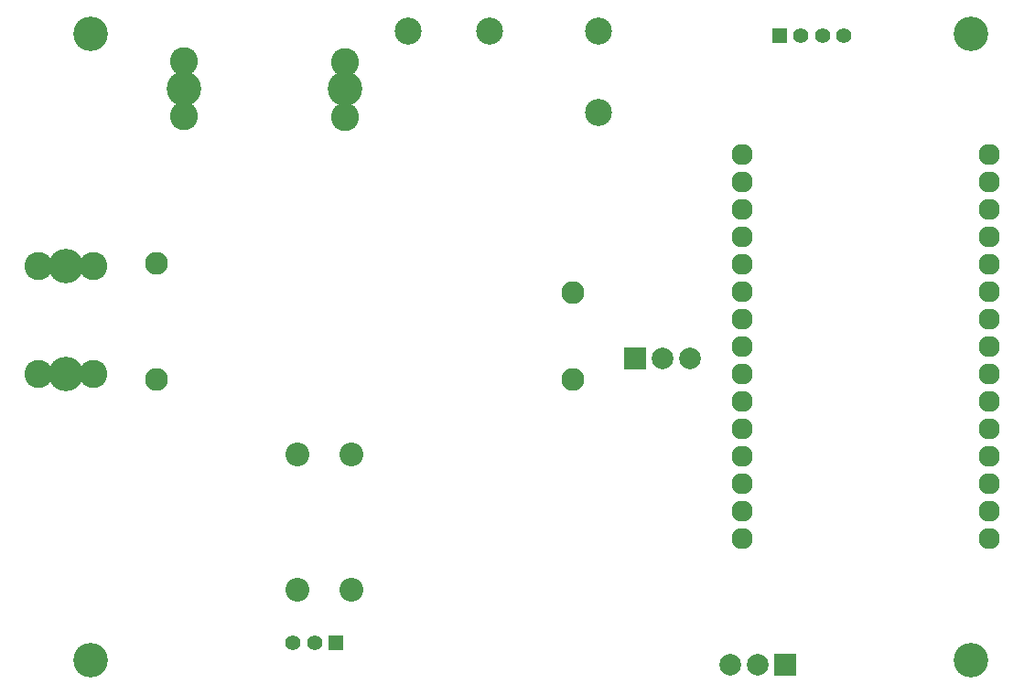
<source format=gbs>
G04*
G04 #@! TF.GenerationSoftware,Altium Limited,Altium Designer,19.1.7 (138)*
G04*
G04 Layer_Color=16711935*
%FSLAX44Y44*%
%MOMM*%
G71*
G01*
G75*
%ADD44C,2.6032*%
%ADD45R,1.4032X1.4032*%
%ADD46C,1.4032*%
%ADD47C,3.2032*%
%ADD48C,2.2032*%
%ADD49C,2.0032*%
%ADD50R,2.0032X2.0032*%
%ADD51C,1.9562*%
%ADD52C,2.5032*%
%ADD53C,2.1032*%
G54D44*
X298000Y589000D02*
D03*
Y538200D02*
D03*
X149000Y589400D02*
D03*
Y538600D02*
D03*
X14600Y300000D02*
D03*
X65400D02*
D03*
X14600Y400000D02*
D03*
X65400D02*
D03*
G54D45*
X290000Y51000D02*
D03*
X700000Y613000D02*
D03*
G54D46*
X270000Y51000D02*
D03*
X250000D02*
D03*
X740000Y613000D02*
D03*
X720000D02*
D03*
X760000D02*
D03*
G54D47*
X298000Y564000D02*
D03*
X149000D02*
D03*
X40000Y300000D02*
D03*
Y400000D02*
D03*
X877500Y615000D02*
D03*
Y35000D02*
D03*
X62500D02*
D03*
Y615000D02*
D03*
G54D48*
X304000Y100500D02*
D03*
Y225500D02*
D03*
X254000Y100500D02*
D03*
Y225500D02*
D03*
G54D49*
X592000Y314000D02*
D03*
X617400D02*
D03*
X680000Y31000D02*
D03*
X654600D02*
D03*
G54D50*
X566600Y314000D02*
D03*
X705400Y31000D02*
D03*
G54D51*
X894300Y325000D02*
D03*
Y350400D02*
D03*
Y375800D02*
D03*
Y401200D02*
D03*
Y426600D02*
D03*
Y452000D02*
D03*
Y477400D02*
D03*
Y502800D02*
D03*
Y299600D02*
D03*
Y274200D02*
D03*
Y248800D02*
D03*
Y223400D02*
D03*
Y198000D02*
D03*
Y172600D02*
D03*
Y147200D02*
D03*
X665700D02*
D03*
Y172600D02*
D03*
Y198000D02*
D03*
Y223400D02*
D03*
Y248800D02*
D03*
Y274200D02*
D03*
Y299600D02*
D03*
Y502800D02*
D03*
Y477400D02*
D03*
Y452000D02*
D03*
Y426600D02*
D03*
Y401200D02*
D03*
Y375800D02*
D03*
Y350400D02*
D03*
Y325000D02*
D03*
G54D52*
X356600Y617600D02*
D03*
X533000Y542000D02*
D03*
Y617600D02*
D03*
X432200D02*
D03*
G54D53*
X124000Y402500D02*
D03*
Y295000D02*
D03*
X509000D02*
D03*
Y375000D02*
D03*
M02*

</source>
